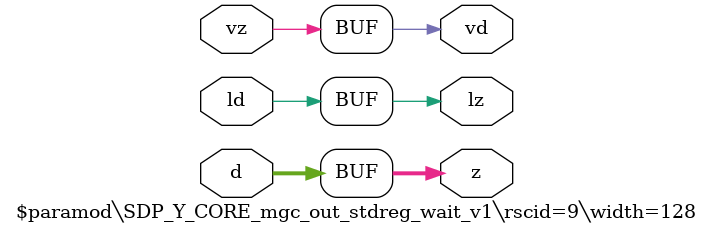
<source format=v>
module \$paramod\SDP_Y_CORE_mgc_out_stdreg_wait_v1\rscid=9\width=128 (ld, vd, d, lz, vz, z);
  (* src = "./vmod/nvdla/sdp/NV_NVDLA_SDP_CORE_Y_core.v:47" *)
  input [127:0] d;
  (* src = "./vmod/nvdla/sdp/NV_NVDLA_SDP_CORE_Y_core.v:45" *)
  input ld;
  (* src = "./vmod/nvdla/sdp/NV_NVDLA_SDP_CORE_Y_core.v:48" *)
  output lz;
  (* src = "./vmod/nvdla/sdp/NV_NVDLA_SDP_CORE_Y_core.v:46" *)
  output vd;
  (* src = "./vmod/nvdla/sdp/NV_NVDLA_SDP_CORE_Y_core.v:49" *)
  input vz;
  (* src = "./vmod/nvdla/sdp/NV_NVDLA_SDP_CORE_Y_core.v:50" *)
  output [127:0] z;
  assign lz = ld;
  assign vd = vz;
  assign z = d;
endmodule

</source>
